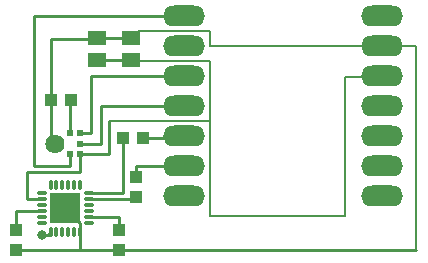
<source format=gbr>
%TF.GenerationSoftware,KiCad,Pcbnew,7.0.10*%
%TF.CreationDate,2024-02-13T16:39:49-08:00*%
%TF.ProjectId,FinalProject,46696e61-6c50-4726-9f6a-6563742e6b69,v2*%
%TF.SameCoordinates,Original*%
%TF.FileFunction,Copper,L1,Top*%
%TF.FilePolarity,Positive*%
%FSLAX46Y46*%
G04 Gerber Fmt 4.6, Leading zero omitted, Abs format (unit mm)*
G04 Created by KiCad (PCBNEW 7.0.10) date 2024-02-13 16:39:49*
%MOMM*%
%LPD*%
G01*
G04 APERTURE LIST*
G04 Aperture macros list*
%AMRoundRect*
0 Rectangle with rounded corners*
0 $1 Rounding radius*
0 $2 $3 $4 $5 $6 $7 $8 $9 X,Y pos of 4 corners*
0 Add a 4 corners polygon primitive as box body*
4,1,4,$2,$3,$4,$5,$6,$7,$8,$9,$2,$3,0*
0 Add four circle primitives for the rounded corners*
1,1,$1+$1,$2,$3*
1,1,$1+$1,$4,$5*
1,1,$1+$1,$6,$7*
1,1,$1+$1,$8,$9*
0 Add four rect primitives between the rounded corners*
20,1,$1+$1,$2,$3,$4,$5,0*
20,1,$1+$1,$4,$5,$6,$7,0*
20,1,$1+$1,$6,$7,$8,$9,0*
20,1,$1+$1,$8,$9,$2,$3,0*%
G04 Aperture macros list end*
%TA.AperFunction,SMDPad,CuDef*%
%ADD10R,1.000000X1.075000*%
%TD*%
%TA.AperFunction,SMDPad,CuDef*%
%ADD11R,1.500000X1.240000*%
%TD*%
%TA.AperFunction,SMDPad,CuDef*%
%ADD12R,1.075000X1.000000*%
%TD*%
%TA.AperFunction,ComponentPad*%
%ADD13O,3.556000X1.778000*%
%TD*%
%TA.AperFunction,SMDPad,CuDef*%
%ADD14R,0.525000X0.600000*%
%TD*%
%TA.AperFunction,ComponentPad*%
%ADD15C,1.625000*%
%TD*%
%TA.AperFunction,SMDPad,CuDef*%
%ADD16RoundRect,0.070000X0.070000X-0.330000X0.070000X0.330000X-0.070000X0.330000X-0.070000X-0.330000X0*%
%TD*%
%TA.AperFunction,SMDPad,CuDef*%
%ADD17RoundRect,0.070000X-0.330000X-0.070000X0.330000X-0.070000X0.330000X0.070000X-0.330000X0.070000X0*%
%TD*%
%TA.AperFunction,SMDPad,CuDef*%
%ADD18RoundRect,0.070000X-0.070000X0.330000X-0.070000X-0.330000X0.070000X-0.330000X0.070000X0.330000X0*%
%TD*%
%TA.AperFunction,SMDPad,CuDef*%
%ADD19RoundRect,0.070000X0.330000X0.070000X-0.330000X0.070000X-0.330000X-0.070000X0.330000X-0.070000X0*%
%TD*%
%TA.AperFunction,SMDPad,CuDef*%
%ADD20R,2.500000X2.500000*%
%TD*%
%TA.AperFunction,ViaPad*%
%ADD21C,0.800000*%
%TD*%
%TA.AperFunction,Conductor*%
%ADD22C,0.250000*%
%TD*%
%TA.AperFunction,Conductor*%
%ADD23C,0.200000*%
%TD*%
G04 APERTURE END LIST*
D10*
%TO.P,C4,2,2*%
%TO.N,GND*%
X107975000Y-113300000D03*
%TO.P,C4,1,1*%
%TO.N,/REGOUT*%
X107975000Y-111600000D03*
%TD*%
D11*
%TO.P,C7,1,1*%
%TO.N,/3.3V*%
X114808000Y-97216000D03*
%TO.P,C7,2,2*%
%TO.N,GND*%
X114808000Y-95316000D03*
%TD*%
D12*
%TO.P,R2,1*%
%TO.N,/SDA_3V*%
X117006000Y-103759000D03*
%TO.P,R2,2*%
%TO.N,Net-(U1-GPIO4_A3_D3_SDA)*%
X118706000Y-103759000D03*
%TD*%
D13*
%TO.P,U1,14,GPIO44_D7_RX*%
%TO.N,unconnected-(U1-GPIO44_D7_RX-Pad14)*%
X138938000Y-108712000D03*
%TO.P,U1,13,GPIO7_A8_D8_SCK*%
%TO.N,unconnected-(U1-GPIO7_A8_D8_SCK-Pad13)*%
X138938000Y-106172000D03*
%TO.P,U1,12,GPIO8_A9_D9_CIPO*%
%TO.N,unconnected-(U1-GPIO8_A9_D9_CIPO-Pad12)*%
X138938000Y-103632000D03*
%TO.P,U1,11,GPIO9_A10_D10_COPI*%
%TO.N,unconnected-(U1-GPIO9_A10_D10_COPI-Pad11)*%
X138938000Y-101092000D03*
%TO.P,U1,10,3V3*%
%TO.N,/3.3V*%
X138938000Y-98552000D03*
%TO.P,U1,9,GND*%
%TO.N,GND*%
X138938000Y-96012000D03*
%TO.P,U1,8,5V*%
%TO.N,unconnected-(U1-5V-Pad8)*%
X138938000Y-93472000D03*
%TO.P,U1,7,GPIO43_TX_D6*%
%TO.N,unconnected-(U1-GPIO43_TX_D6-Pad7)*%
X122174000Y-108712000D03*
%TO.P,U1,6,GPIO6_A5_D5_SCL*%
%TO.N,Net-(U1-GPIO6_A5_D5_SCL)*%
X122174000Y-106172000D03*
%TO.P,U1,5,GPIO4_A3_D3_SDA*%
%TO.N,Net-(U1-GPIO4_A3_D3_SDA)*%
X122174000Y-103632000D03*
%TO.P,U1,4,GPIO4_A3_D3*%
%TO.N,Net-(IC1-DATA)*%
X122174000Y-101092000D03*
%TO.P,U1,3,GPIO3_A2_D2*%
%TO.N,Net-(IC1-WS)*%
X122174000Y-98552000D03*
%TO.P,U1,2,GPIO2_A1_D1*%
%TO.N,unconnected-(U1-GPIO2_A1_D1-Pad2)*%
X122174000Y-96012000D03*
%TO.P,U1,1,GPIO1_A0_D0*%
%TO.N,Net-(IC1-BCLK)*%
X122174000Y-93472000D03*
%TD*%
D14*
%TO.P,IC1,1,WS*%
%TO.N,Net-(IC1-WS)*%
X113414000Y-103367000D03*
%TO.P,IC1,2,SELECT*%
%TO.N,/SELECT*%
X112564000Y-103367000D03*
D15*
%TO.P,IC1,3,GND*%
%TO.N,GND*%
X111304000Y-104267000D03*
D14*
%TO.P,IC1,4,BCLK*%
%TO.N,Net-(IC1-BCLK)*%
X112564000Y-105167000D03*
%TO.P,IC1,5,VDD*%
%TO.N,/3.3V*%
X113414000Y-105167000D03*
%TO.P,IC1,6,DATA*%
%TO.N,Net-(IC1-DATA)*%
X113414000Y-104267000D03*
%TD*%
D16*
%TO.P,U3,1,CLKIN*%
%TO.N,/CLKIN*%
X113391000Y-107728000D03*
%TO.P,U3,2*%
%TO.N,N/C*%
X112891000Y-107728000D03*
%TO.P,U3,3*%
X112391000Y-107728000D03*
%TO.P,U3,4*%
X111891000Y-107728000D03*
%TO.P,U3,5*%
X111391000Y-107728000D03*
%TO.P,U3,6,AUX_DA*%
%TO.N,/SDA_EXT*%
X110891000Y-107728000D03*
D17*
%TO.P,U3,7,AUX_CL*%
%TO.N,/SCL_EXT*%
X110141000Y-108478000D03*
%TO.P,U3,8,VLOGIC*%
%TO.N,/3.3V*%
X110141000Y-108978000D03*
%TO.P,U3,9,AD0*%
%TO.N,/AD0*%
X110141000Y-109478000D03*
%TO.P,U3,10,REGOUT*%
%TO.N,/REGOUT*%
X110141000Y-109978000D03*
%TO.P,U3,11,FSYNC*%
%TO.N,/FSYNC_IN*%
X110141000Y-110478000D03*
%TO.P,U3,12,INT*%
%TO.N,/INT*%
X110141000Y-110978000D03*
D18*
%TO.P,U3,13,VDD*%
%TO.N,/3.3V*%
X110891000Y-111728000D03*
%TO.P,U3,14*%
%TO.N,N/C*%
X111391000Y-111728000D03*
%TO.P,U3,15*%
X111891000Y-111728000D03*
%TO.P,U3,16*%
X112391000Y-111728000D03*
%TO.P,U3,17*%
X112891000Y-111728000D03*
%TO.P,U3,18,GND*%
%TO.N,GND*%
X113391000Y-111728000D03*
D19*
%TO.P,U3,19,RSVD@1*%
%TO.N,unconnected-(U3-RSVD@1-Pad19)*%
X114141000Y-110978000D03*
%TO.P,U3,20,CPOUT*%
%TO.N,/CPOUT*%
X114141000Y-110478000D03*
%TO.P,U3,21,RSVD@2*%
%TO.N,unconnected-(U3-RSVD@2-Pad21)*%
X114141000Y-109978000D03*
%TO.P,U3,22,RSVD@3*%
%TO.N,unconnected-(U3-RSVD@3-Pad22)*%
X114141000Y-109478000D03*
%TO.P,U3,23,SCL*%
%TO.N,/SCL_3V*%
X114141000Y-108978000D03*
%TO.P,U3,24,SDA*%
%TO.N,/SDA_3V*%
X114141000Y-108478000D03*
D20*
%TO.P,U3,THERM,THERMAL*%
%TO.N,GND*%
X112141000Y-109728000D03*
%TD*%
D10*
%TO.P,C5,1,1*%
%TO.N,/CPOUT*%
X116700000Y-111600000D03*
%TO.P,C5,2,2*%
%TO.N,GND*%
X116700000Y-113300000D03*
%TD*%
D12*
%TO.P,R1,1,1*%
%TO.N,GND*%
X110910000Y-100584000D03*
%TO.P,R1,2,2*%
%TO.N,/SELECT*%
X112610000Y-100584000D03*
%TD*%
D10*
%TO.P,R3,1*%
%TO.N,Net-(U1-GPIO6_A5_D5_SCL)*%
X118110000Y-107100000D03*
%TO.P,R3,2*%
%TO.N,/SCL_3V*%
X118110000Y-108800000D03*
%TD*%
D11*
%TO.P,C6,1,1*%
%TO.N,/3.3V*%
X117729000Y-97216000D03*
%TO.P,C6,2,2*%
%TO.N,GND*%
X117729000Y-95316000D03*
%TD*%
D21*
%TO.N,/3.3V*%
X110142800Y-111984200D03*
%TD*%
D22*
%TO.N,GND*%
X116700000Y-113300000D02*
X113400000Y-113300000D01*
X113400000Y-113300000D02*
X107975000Y-113300000D01*
X113391000Y-111728000D02*
X113391000Y-113291000D01*
X113391000Y-113291000D02*
X113400000Y-113300000D01*
%TO.N,/3.3V*%
X113414000Y-105167000D02*
X113414000Y-106680000D01*
X113414000Y-106680000D02*
X108930000Y-106680000D01*
X108930000Y-106680000D02*
X108925000Y-106675000D01*
X108925000Y-106675000D02*
X108900000Y-106700000D01*
X108900000Y-106700000D02*
X108900000Y-108975000D01*
X108900000Y-108975000D02*
X108903000Y-108978000D01*
X108903000Y-108978000D02*
X110141000Y-108978000D01*
%TO.N,/REGOUT*%
X107978000Y-109978000D02*
X107975000Y-109975000D01*
X110141000Y-109978000D02*
X107978000Y-109978000D01*
X107975000Y-109975000D02*
X107975000Y-111600000D01*
%TO.N,/SDA_3V*%
X117006000Y-108478000D02*
X117006000Y-103759000D01*
X114141000Y-108478000D02*
X117006000Y-108478000D01*
%TO.N,/SCL_3V*%
X117932000Y-108978000D02*
X118110000Y-108800000D01*
X114141000Y-108978000D02*
X117932000Y-108978000D01*
%TO.N,/CPOUT*%
X116700000Y-110475000D02*
X116700000Y-111600000D01*
X116181000Y-110475000D02*
X116700000Y-110475000D01*
X116178000Y-110478000D02*
X116181000Y-110475000D01*
X114141000Y-110478000D02*
X116178000Y-110478000D01*
%TO.N,/REGOUT*%
X110119000Y-110000000D02*
X110141000Y-109978000D01*
%TO.N,/SELECT*%
X112564000Y-100630000D02*
X112564000Y-103367000D01*
X112610000Y-100584000D02*
X112564000Y-100630000D01*
D23*
%TO.N,/3.3V*%
X124400000Y-110400000D02*
X124400000Y-102362000D01*
X135800000Y-110400000D02*
X124400000Y-110400000D01*
X135800000Y-98600000D02*
X135800000Y-110400000D01*
X138128000Y-98600000D02*
X135800000Y-98600000D01*
X138176000Y-98552000D02*
X138128000Y-98600000D01*
X124400000Y-97298600D02*
X124400000Y-102362000D01*
X117812000Y-97298600D02*
X124400000Y-97298600D01*
D22*
X117729000Y-97216000D02*
X114808000Y-97216000D01*
X117812000Y-97298600D02*
X117729000Y-97216000D01*
X115813000Y-105167000D02*
X113414000Y-105167000D01*
X115813000Y-102362000D02*
X115813000Y-105167000D01*
D23*
X124400000Y-102362000D02*
X115813000Y-102362000D01*
D22*
X110634800Y-111984200D02*
X110891000Y-111728000D01*
X110142800Y-111984200D02*
X110634800Y-111984200D01*
D23*
%TO.N,GND*%
X141859000Y-96012000D02*
X138176000Y-96012000D01*
X141859000Y-113300000D02*
X141859000Y-96012000D01*
D22*
X116700000Y-113300000D02*
X141859000Y-113300000D01*
D23*
X136812000Y-96012000D02*
X138176000Y-96012000D01*
X136800000Y-96000000D02*
X136812000Y-96012000D01*
X124400000Y-96000000D02*
X136800000Y-96000000D01*
X124400000Y-94742000D02*
X124400000Y-96000000D01*
X118303000Y-94742000D02*
X124400000Y-94742000D01*
X117729000Y-95316000D02*
X118303000Y-94742000D01*
D22*
X138049000Y-96139000D02*
X138176000Y-96012000D01*
X110910000Y-103873000D02*
X110910000Y-100584000D01*
X111304000Y-104267000D02*
X110910000Y-103873000D01*
X114747000Y-95377000D02*
X114808000Y-95316000D01*
X110910000Y-95377000D02*
X114747000Y-95377000D01*
X110910000Y-100584000D02*
X110910000Y-95377000D01*
X114808000Y-95316000D02*
X117729000Y-95316000D01*
X113391000Y-110978000D02*
X112141000Y-109728000D01*
X113391000Y-111728000D02*
X113391000Y-110978000D01*
%TO.N,Net-(U1-GPIO6_A5_D5_SCL)*%
X118110000Y-106172000D02*
X118110000Y-107100000D01*
X122936000Y-106172000D02*
X118110000Y-106172000D01*
%TO.N,Net-(U1-GPIO4_A3_D3_SDA)*%
X122809000Y-103759000D02*
X118706000Y-103759000D01*
X122936000Y-103632000D02*
X122809000Y-103759000D01*
%TO.N,Net-(IC1-DATA)*%
X115189000Y-104267000D02*
X113414000Y-104267000D01*
X115189000Y-101092000D02*
X115189000Y-104267000D01*
X122936000Y-101092000D02*
X115189000Y-101092000D01*
%TO.N,Net-(IC1-WS)*%
X114300000Y-98552000D02*
X122936000Y-98552000D01*
X114300000Y-103367000D02*
X114300000Y-98552000D01*
X113414000Y-103367000D02*
X114300000Y-103367000D01*
%TO.N,Net-(IC1-BCLK)*%
X109474000Y-93472000D02*
X122936000Y-93472000D01*
X109474000Y-106172000D02*
X109474000Y-93472000D01*
X112564000Y-106172000D02*
X109474000Y-106172000D01*
X112564000Y-105167000D02*
X112564000Y-106172000D01*
%TD*%
M02*

</source>
